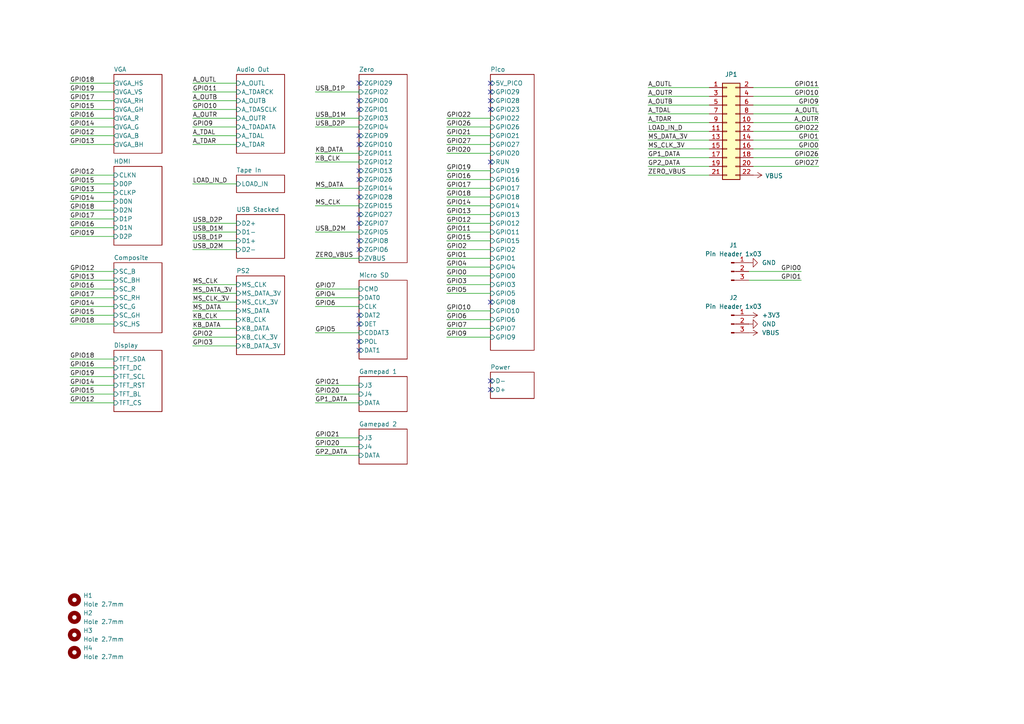
<source format=kicad_sch>
(kicad_sch (version 20250114) (generator "eeschema") (generator_version "9.0")
  (paper "A4")
  (title_block (title "FRANK M2") (date "2025-03-16") (rev "1.03") (company "Mikhail Matveev") (comment 1 "https://github.com/xtremespb/frank"))
  (lib_symbols
    (symbol "Connector:Conn_01x03_Pin" (pin_names (offset 1.016) (hide yes))
      (property "Reference" "J" (at 0 5.08 0))
      (property "Value" "Conn_01x03_Pin" (at 0 -5.08 0))
      (symbol "Conn_01x03_Pin_1_1"
        (rectangle (start 0.8636 2.667) (end 0 2.413) (stroke (width 0.1524)) (fill (type outline)))
        (rectangle (start 0.8636 0.127) (end 0 -0.127) (stroke (width 0.1524)) (fill (type outline)))
        (rectangle (start 0.8636 -2.413) (end 0 -2.667) (stroke (width 0.1524)) (fill (type outline)))
        (polyline (pts (xy 1.27 2.54) (xy 0.8636 2.54)) (stroke (width 0.1524)))
        (polyline (pts (xy 1.27 0) (xy 0.8636 0)) (stroke (width 0.1524)))
        (polyline (pts (xy 1.27 -2.54) (xy 0.8636 -2.54)) (stroke (width 0.1524)))
        (pin passive line (at 5.08 2.54 180) (length 3.81) (name "Pin_1") (number "1"))
        (pin passive line (at 5.08 0 180) (length 3.81) (name "Pin_2") (number "2"))
        (pin passive line (at 5.08 -2.54 180) (length 3.81) (name "Pin_3") (number "3"))
      )
    )
    (symbol "Connector_Generic:Conn_02x11_Odd_Even" (pin_names (offset 1.016) (hide yes))
      (property "Reference" "J" (at 1.27 15.24 0))
      (property "Value" "Conn_02x11_Odd_Even" (at 1.27 -15.24 0))
      (symbol "Conn_02x11_Odd_Even_1_1"
        (rectangle (start -1.27 13.97) (end 3.81 -13.97) (stroke (width 0.254)) (fill (type background)))
        (rectangle (start -1.27 12.827) (end 0 12.573) (stroke (width 0.1524)))
        (rectangle (start -1.27 10.287) (end 0 10.033) (stroke (width 0.1524)))
        (rectangle (start -1.27 7.747) (end 0 7.493) (stroke (width 0.1524)))
        (rectangle (start -1.27 5.207) (end 0 4.953) (stroke (width 0.1524)))
        (rectangle (start -1.27 2.667) (end 0 2.413) (stroke (width 0.1524)))
        (rectangle (start -1.27 0.127) (end 0 -0.127) (stroke (width 0.1524)))
        (rectangle (start -1.27 -2.413) (end 0 -2.667) (stroke (width 0.1524)))
        (rectangle (start -1.27 -4.953) (end 0 -5.207) (stroke (width 0.1524)))
        (rectangle (start -1.27 -7.493) (end 0 -7.747) (stroke (width 0.1524)))
        (rectangle (start -1.27 -10.033) (end 0 -10.287) (stroke (width 0.1524)))
        (rectangle (start -1.27 -12.573) (end 0 -12.827) (stroke (width 0.1524)))
        (rectangle (start 3.81 12.827) (end 2.54 12.573) (stroke (width 0.1524)))
        (rectangle (start 3.81 10.287) (end 2.54 10.033) (stroke (width 0.1524)))
        (rectangle (start 3.81 7.747) (end 2.54 7.493) (stroke (width 0.1524)))
        (rectangle (start 3.81 5.207) (end 2.54 4.953) (stroke (width 0.1524)))
        (rectangle (start 3.81 2.667) (end 2.54 2.413) (stroke (width 0.1524)))
        (rectangle (start 3.81 0.127) (end 2.54 -0.127) (stroke (width 0.1524)))
        (rectangle (start 3.81 -2.413) (end 2.54 -2.667) (stroke (width 0.1524)))
        (rectangle (start 3.81 -4.953) (end 2.54 -5.207) (stroke (width 0.1524)))
        (rectangle (start 3.81 -7.493) (end 2.54 -7.747) (stroke (width 0.1524)))
        (rectangle (start 3.81 -10.033) (end 2.54 -10.287) (stroke (width 0.1524)))
        (rectangle (start 3.81 -12.573) (end 2.54 -12.827) (stroke (width 0.1524)))
        (pin passive line (at -5.08 12.7 0) (length 3.81) (name "Pin_1") (number "1"))
        (pin passive line (at -5.08 10.16 0) (length 3.81) (name "Pin_3") (number "3"))
        (pin passive line (at -5.08 7.62 0) (length 3.81) (name "Pin_5") (number "5"))
        (pin passive line (at -5.08 5.08 0) (length 3.81) (name "Pin_7") (number "7"))
        (pin passive line (at -5.08 2.54 0) (length 3.81) (name "Pin_9") (number "9"))
        (pin passive line (at -5.08 0 0) (length 3.81) (name "Pin_11") (number "11"))
        (pin passive line (at -5.08 -2.54 0) (length 3.81) (name "Pin_13") (number "13"))
        (pin passive line (at -5.08 -5.08 0) (length 3.81) (name "Pin_15") (number "15"))
        (pin passive line (at -5.08 -7.62 0) (length 3.81) (name "Pin_17") (number "17"))
        (pin passive line (at -5.08 -10.16 0) (length 3.81) (name "Pin_19") (number "19"))
        (pin passive line (at -5.08 -12.7 0) (length 3.81) (name "Pin_21") (number "21"))
        (pin passive line (at 7.62 12.7 180) (length 3.81) (name "Pin_2") (number "2"))
        (pin passive line (at 7.62 10.16 180) (length 3.81) (name "Pin_4") (number "4"))
        (pin passive line (at 7.62 7.62 180) (length 3.81) (name "Pin_6") (number "6"))
        (pin passive line (at 7.62 5.08 180) (length 3.81) (name "Pin_8") (number "8"))
        (pin passive line (at 7.62 2.54 180) (length 3.81) (name "Pin_10") (number "10"))
        (pin passive line (at 7.62 0 180) (length 3.81) (name "Pin_12") (number "12"))
        (pin passive line (at 7.62 -2.54 180) (length 3.81) (name "Pin_14") (number "14"))
        (pin passive line (at 7.62 -5.08 180) (length 3.81) (name "Pin_16") (number "16"))
        (pin passive line (at 7.62 -7.62 180) (length 3.81) (name "Pin_18") (number "18"))
        (pin passive line (at 7.62 -10.16 180) (length 3.81) (name "Pin_20") (number "20"))
        (pin passive line (at 7.62 -12.7 180) (length 3.81) (name "Pin_22") (number "22"))
      )
    )
    (symbol "Mechanical:MountingHole" (pin_names (offset 1.016)) (exclude_from_sim yes) (in_bom no)
      (property "Reference" "H" (at 0 5.08 0))
      (property "Value" "MountingHole" (at 0 3.175 0))
      (symbol "MountingHole_0_1"
        (circle (center 0 0) (radius 1.27) (stroke (width 1.27)))
      )
    )
    (symbol "power:+3V3" (power) (pin_numbers (hide yes)) (pin_names (offset 0) (hide yes))
      (property "Value" "+3V3" (at 0 3.556 0))
      (symbol "+3V3_0_1"
        (polyline (pts (xy -0.762 1.27) (xy 0 2.54)))
        (polyline (pts (xy 0 2.54) (xy 0.762 1.27)))
        (polyline (pts (xy 0 0) (xy 0 2.54)))
      )
      (symbol "+3V3_1_1"
        (pin power_in line (at 0 0 90) (length 0) (name "~") (number "1"))
      )
    )
    (symbol "power:GND" (power) (pin_numbers (hide yes)) (pin_names (offset 0) (hide yes))
      (property "Value" "GND" (at 0 -3.81 0))
      (symbol "GND_0_1"
        (polyline (pts (xy 0 0) (xy 0 -1.27) (xy 1.27 -1.27) (xy 0 -2.54) (xy -1.27 -1.27) (xy 0 -1.27)))
      )
      (symbol "GND_1_1"
        (pin power_in line (at 0 0 270) (length 0) (name "~") (number "1"))
      )
    )
    (symbol "power:VBUS" (power) (pin_numbers (hide yes)) (pin_names (offset 0) (hide yes))
      (property "Value" "VBUS" (at 0 3.556 0))
      (symbol "VBUS_0_1"
        (polyline (pts (xy -0.762 1.27) (xy 0 2.54)))
        (polyline (pts (xy 0 2.54) (xy 0.762 1.27)))
        (polyline (pts (xy 0 0) (xy 0 2.54)))
      )
      (symbol "VBUS_1_1"
        (pin power_in line (at 0 0 90) (length 0) (name "~") (number "1"))
      )
    )
  )
  (no_connect (at 142.24 29.21))
  (no_connect (at 104.14 101.6))
  (no_connect (at 104.14 52.07))
  (no_connect (at 104.14 62.23))
  (no_connect (at 142.24 46.99))
  (no_connect (at 104.14 72.39))
  (no_connect (at 104.14 99.06))
  (no_connect (at 142.24 24.13))
  (no_connect (at 142.24 87.63))
  (no_connect (at 104.14 57.15))
  (no_connect (at 104.14 64.77))
  (no_connect (at 104.14 93.98))
  (no_connect (at 104.14 69.85))
  (no_connect (at 104.14 91.44))
  (no_connect (at 104.14 49.53))
  (no_connect (at 104.14 29.21))
  (no_connect (at 142.24 31.75))
  (no_connect (at 142.24 26.67))
  (no_connect (at 104.14 24.13))
  (no_connect (at 104.14 31.75))
  (no_connect (at 142.24 113.03))
  (no_connect (at 142.24 110.49))
  (no_connect (at 104.14 41.91))
  (no_connect (at 104.14 39.37))
  (wire (pts (xy 55.88 95.25) (xy 68.58 95.25)))
  (wire (pts (xy 187.96 50.8) (xy 205.74 50.8)))
  (wire (pts (xy 129.54 52.07) (xy 142.24 52.07)))
  (wire (pts (xy 55.88 53.34) (xy 68.58 53.34)))
  (wire (pts (xy 218.44 38.1) (xy 237.49 38.1)))
  (wire (pts (xy 91.44 74.93) (xy 104.14 74.93)))
  (wire (pts (xy 91.44 86.36) (xy 104.14 86.36)))
  (wire (pts (xy 20.32 93.98) (xy 33.02 93.98)))
  (wire (pts (xy 187.96 48.26) (xy 205.74 48.26)))
  (wire (pts (xy 20.32 63.5) (xy 33.02 63.5)))
  (wire (pts (xy 91.44 59.69) (xy 104.14 59.69)))
  (wire (pts (xy 55.88 41.91) (xy 68.58 41.91)))
  (wire (pts (xy 187.96 25.4) (xy 205.74 25.4)))
  (wire (pts (xy 187.96 27.94) (xy 205.74 27.94)))
  (wire (pts (xy 20.32 106.68) (xy 33.02 106.68)))
  (wire (pts (xy 129.54 44.45) (xy 142.24 44.45)))
  (wire (pts (xy 91.44 67.31) (xy 104.14 67.31)))
  (wire (pts (xy 55.88 90.17) (xy 68.58 90.17)))
  (wire (pts (xy 20.32 39.37) (xy 33.02 39.37)))
  (wire (pts (xy 187.96 40.64) (xy 205.74 40.64)))
  (wire (pts (xy 55.88 72.39) (xy 68.58 72.39)))
  (wire (pts (xy 91.44 34.29) (xy 104.14 34.29)))
  (wire (pts (xy 129.54 74.93) (xy 142.24 74.93)))
  (wire (pts (xy 91.44 116.84) (xy 104.14 116.84)))
  (wire (pts (xy 232.41 81.28) (xy 217.17 81.28)))
  (wire (pts (xy 218.44 33.02) (xy 237.49 33.02)))
  (wire (pts (xy 20.32 41.91) (xy 33.02 41.91)))
  (wire (pts (xy 55.88 67.31) (xy 68.58 67.31)))
  (wire (pts (xy 91.44 54.61) (xy 104.14 54.61)))
  (wire (pts (xy 20.32 86.36) (xy 33.02 86.36)))
  (wire (pts (xy 187.96 38.1) (xy 205.74 38.1)))
  (wire (pts (xy 129.54 54.61) (xy 142.24 54.61)))
  (wire (pts (xy 218.44 27.94) (xy 237.49 27.94)))
  (wire (pts (xy 20.32 111.76) (xy 33.02 111.76)))
  (wire (pts (xy 55.88 29.21) (xy 68.58 29.21)))
  (wire (pts (xy 91.44 26.67) (xy 104.14 26.67)))
  (wire (pts (xy 91.44 36.83) (xy 104.14 36.83)))
  (wire (pts (xy 129.54 34.29) (xy 142.24 34.29)))
  (wire (pts (xy 20.32 58.42) (xy 33.02 58.42)))
  (wire (pts (xy 20.32 114.3) (xy 33.02 114.3)))
  (wire (pts (xy 20.32 109.22) (xy 33.02 109.22)))
  (wire (pts (xy 187.96 43.18) (xy 205.74 43.18)))
  (wire (pts (xy 129.54 77.47) (xy 142.24 77.47)))
  (wire (pts (xy 129.54 95.25) (xy 142.24 95.25)))
  (wire (pts (xy 129.54 62.23) (xy 142.24 62.23)))
  (wire (pts (xy 91.44 127) (xy 104.14 127)))
  (wire (pts (xy 20.32 53.34) (xy 33.02 53.34)))
  (wire (pts (xy 20.32 50.8) (xy 33.02 50.8)))
  (wire (pts (xy 20.32 83.82) (xy 33.02 83.82)))
  (wire (pts (xy 129.54 57.15) (xy 142.24 57.15)))
  (wire (pts (xy 91.44 44.45) (xy 104.14 44.45)))
  (wire (pts (xy 129.54 39.37) (xy 142.24 39.37)))
  (wire (pts (xy 55.88 92.71) (xy 68.58 92.71)))
  (wire (pts (xy 218.44 30.48) (xy 237.49 30.48)))
  (wire (pts (xy 91.44 96.52) (xy 104.14 96.52)))
  (wire (pts (xy 218.44 43.18) (xy 237.49 43.18)))
  (wire (pts (xy 55.88 97.79) (xy 68.58 97.79)))
  (wire (pts (xy 20.32 36.83) (xy 33.02 36.83)))
  (wire (pts (xy 20.32 31.75) (xy 33.02 31.75)))
  (wire (pts (xy 55.88 85.09) (xy 68.58 85.09)))
  (wire (pts (xy 55.88 26.67) (xy 68.58 26.67)))
  (wire (pts (xy 129.54 59.69) (xy 142.24 59.69)))
  (wire (pts (xy 20.32 24.13) (xy 33.02 24.13)))
  (wire (pts (xy 91.44 132.08) (xy 104.14 132.08)))
  (wire (pts (xy 20.32 66.04) (xy 33.02 66.04)))
  (wire (pts (xy 55.88 64.77) (xy 68.58 64.77)))
  (wire (pts (xy 20.32 78.74) (xy 33.02 78.74)))
  (wire (pts (xy 129.54 72.39) (xy 142.24 72.39)))
  (wire (pts (xy 55.88 87.63) (xy 68.58 87.63)))
  (wire (pts (xy 20.32 34.29) (xy 33.02 34.29)))
  (wire (pts (xy 20.32 55.88) (xy 33.02 55.88)))
  (wire (pts (xy 129.54 85.09) (xy 142.24 85.09)))
  (wire (pts (xy 218.44 45.72) (xy 237.49 45.72)))
  (wire (pts (xy 55.88 34.29) (xy 68.58 34.29)))
  (wire (pts (xy 129.54 82.55) (xy 142.24 82.55)))
  (wire (pts (xy 129.54 36.83) (xy 142.24 36.83)))
  (wire (pts (xy 218.44 40.64) (xy 237.49 40.64)))
  (wire (pts (xy 91.44 111.76) (xy 104.14 111.76)))
  (wire (pts (xy 218.44 48.26) (xy 237.49 48.26)))
  (wire (pts (xy 129.54 41.91) (xy 142.24 41.91)))
  (wire (pts (xy 218.44 35.56) (xy 237.49 35.56)))
  (wire (pts (xy 129.54 67.31) (xy 142.24 67.31)))
  (wire (pts (xy 55.88 69.85) (xy 68.58 69.85)))
  (wire (pts (xy 20.32 104.14) (xy 33.02 104.14)))
  (wire (pts (xy 20.32 81.28) (xy 33.02 81.28)))
  (wire (pts (xy 20.32 88.9) (xy 33.02 88.9)))
  (wire (pts (xy 55.88 24.13) (xy 68.58 24.13)))
  (wire (pts (xy 20.32 29.21) (xy 33.02 29.21)))
  (wire (pts (xy 20.32 91.44) (xy 33.02 91.44)))
  (wire (pts (xy 129.54 97.79) (xy 142.24 97.79)))
  (wire (pts (xy 55.88 36.83) (xy 68.58 36.83)))
  (wire (pts (xy 129.54 90.17) (xy 142.24 90.17)))
  (wire (pts (xy 55.88 31.75) (xy 68.58 31.75)))
  (wire (pts (xy 129.54 69.85) (xy 142.24 69.85)))
  (wire (pts (xy 218.44 25.4) (xy 237.49 25.4)))
  (wire (pts (xy 187.96 30.48) (xy 205.74 30.48)))
  (wire (pts (xy 129.54 64.77) (xy 142.24 64.77)))
  (wire (pts (xy 187.96 35.56) (xy 205.74 35.56)))
  (wire (pts (xy 91.44 114.3) (xy 104.14 114.3)))
  (wire (pts (xy 187.96 45.72) (xy 205.74 45.72)))
  (wire (pts (xy 232.41 78.74) (xy 217.17 78.74)))
  (wire (pts (xy 20.32 116.84) (xy 33.02 116.84)))
  (wire (pts (xy 129.54 49.53) (xy 142.24 49.53)))
  (wire (pts (xy 55.88 100.33) (xy 68.58 100.33)))
  (wire (pts (xy 55.88 39.37) (xy 68.58 39.37)))
  (wire (pts (xy 91.44 129.54) (xy 104.14 129.54)))
  (wire (pts (xy 91.44 46.99) (xy 104.14 46.99)))
  (wire (pts (xy 20.32 26.67) (xy 33.02 26.67)))
  (wire (pts (xy 20.32 60.96) (xy 33.02 60.96)))
  (wire (pts (xy 129.54 92.71) (xy 142.24 92.71)))
  (wire (pts (xy 91.44 88.9) (xy 104.14 88.9)))
  (wire (pts (xy 129.54 80.01) (xy 142.24 80.01)))
  (wire (pts (xy 20.32 68.58) (xy 33.02 68.58)))
  (wire (pts (xy 55.88 82.55) (xy 68.58 82.55)))
  (wire (pts (xy 187.96 33.02) (xy 205.74 33.02)))
  (wire (pts (xy 91.44 83.82) (xy 104.14 83.82)))
  (label "GPIO16" (at 20.32 83.82 0))
  (label "A_OUTL" (at 237.49 33.02 180))
  (label "GPIO13" (at 20.32 55.88 0))
  (label "GPIO20" (at 91.44 129.54 0))
  (label "GPIO21" (at 91.44 127 0))
  (label "GPIO7" (at 91.44 83.82 0))
  (label "GPIO18" (at 20.32 24.13 0))
  (label "USB_D1P" (at 91.44 26.67 0))
  (label "GPIO15" (at 20.32 31.75 0))
  (label "GPIO20" (at 129.54 44.45 0))
  (label "GPIO14" (at 20.32 88.9 0))
  (label "GPIO9" (at 129.54 97.79 0))
  (label "GPIO3" (at 129.54 82.55 0))
  (label "GP1_DATA" (at 91.44 116.84 0))
  (label "GPIO1" (at 232.41 81.28 180))
  (label "GPIO27" (at 129.54 41.91 0))
  (label "GPIO17" (at 129.54 54.61 0))
  (label "GPIO20" (at 91.44 114.3 0))
  (label "A_TDAL" (at 187.96 33.02 0))
  (label "GPIO27" (at 237.49 48.26 180))
  (label "GPIO6" (at 129.54 92.71 0))
  (label "GPIO9" (at 55.88 36.83 0))
  (label "LOAD_IN_D" (at 55.88 53.34 0))
  (label "A_OUTL" (at 187.96 25.4 0))
  (label "GPIO5" (at 91.44 96.52 0))
  (label "MS_DATA" (at 55.88 90.17 0))
  (label "ZERO_VBUS" (at 187.96 50.8 0))
  (label "GPIO11" (at 55.88 26.67 0))
  (label "GP2_DATA" (at 187.96 48.26 0))
  (label "ZERO_VBUS" (at 91.44 74.93 0))
  (label "GPIO10" (at 55.88 31.75 0))
  (label "GPIO15" (at 20.32 91.44 0))
  (label "GPIO18" (at 20.32 60.96 0))
  (label "GPIO13" (at 129.54 62.23 0))
  (label "KB_DATA" (at 55.88 95.25 0))
  (label "KB_CLK" (at 91.44 46.99 0))
  (label "MS_CLK_3V" (at 187.96 43.18 0))
  (label "USB_D1M" (at 55.88 67.31 0))
  (label "GPIO1" (at 237.49 40.64 180))
  (label "USB_D2P" (at 55.88 64.77 0))
  (label "A_TDAL" (at 55.88 39.37 0))
  (label "GPIO2" (at 129.54 72.39 0))
  (label "GPIO13" (at 20.32 81.28 0))
  (label "GPIO14" (at 129.54 59.69 0))
  (label "GPIO22" (at 129.54 34.29 0))
  (label "LOAD_IN_D" (at 187.96 38.1 0))
  (label "USB_D2M" (at 55.88 72.39 0))
  (label "GPIO2" (at 55.88 97.79 0))
  (label "MS_DATA" (at 91.44 54.61 0))
  (label "MS_CLK" (at 91.44 59.69 0))
  (label "KB_CLK" (at 55.88 92.71 0))
  (label "MS_CLK" (at 55.88 82.55 0))
  (label "GPIO19" (at 129.54 49.53 0))
  (label "A_OUTB" (at 55.88 29.21 0))
  (label "GPIO13" (at 20.32 41.91 0))
  (label "GPIO18" (at 129.54 57.15 0))
  (label "GPIO19" (at 20.32 109.22 0))
  (label "GPIO21" (at 129.54 39.37 0))
  (label "GPIO9" (at 237.49 30.48 180))
  (label "GPIO17" (at 20.32 86.36 0))
  (label "GPIO14" (at 20.32 111.76 0))
  (label "GPIO19" (at 20.32 68.58 0))
  (label "GPIO19" (at 20.32 26.67 0))
  (label "A_OUTB" (at 187.96 30.48 0))
  (label "GPIO6" (at 91.44 88.9 0))
  (label "GPIO12" (at 20.32 50.8 0))
  (label "GPIO5" (at 129.54 85.09 0))
  (label "GP2_DATA" (at 91.44 132.08 0))
  (label "GPIO18" (at 20.32 104.14 0))
  (label "GPIO3" (at 55.88 100.33 0))
  (label "MS_DATA_3V" (at 55.88 85.09 0))
  (label "MS_DATA_3V" (at 187.96 40.64 0))
  (label "GPIO14" (at 20.32 58.42 0))
  (label "GPIO15" (at 20.32 114.3 0))
  (label "GPIO17" (at 20.32 63.5 0))
  (label "GPIO10" (at 129.54 90.17 0))
  (label "KB_DATA" (at 91.44 44.45 0))
  (label "GPIO14" (at 20.32 36.83 0))
  (label "USB_D2P" (at 91.44 36.83 0))
  (label "MS_CLK_3V" (at 55.88 87.63 0))
  (label "GP1_DATA" (at 187.96 45.72 0))
  (label "GPIO11" (at 129.54 67.31 0))
  (label "GPIO4" (at 129.54 77.47 0))
  (label "GPIO10" (at 237.49 27.94 180))
  (label "GPIO7" (at 129.54 95.25 0))
  (label "GPIO26" (at 237.49 45.72 180))
  (label "A_OUTR" (at 187.96 27.94 0))
  (label "GPIO18" (at 20.32 93.98 0))
  (label "GPIO15" (at 129.54 69.85 0))
  (label "GPIO16" (at 20.32 34.29 0))
  (label "GPIO11" (at 237.49 25.4 180))
  (label "GPIO12" (at 20.32 39.37 0))
  (label "A_OUTR" (at 55.88 34.29 0))
  (label "GPIO17" (at 20.32 29.21 0))
  (label "A_OUTR" (at 237.49 35.56 180))
  (label "GPIO0" (at 129.54 80.01 0))
  (label "A_TDAR" (at 187.96 35.56 0))
  (label "GPIO12" (at 129.54 64.77 0))
  (label "GPIO1" (at 129.54 74.93 0))
  (label "A_TDAR" (at 55.88 41.91 0))
  (label "GPIO0" (at 232.41 78.74 180))
  (label "GPIO4" (at 91.44 86.36 0))
  (label "GPIO21" (at 91.44 111.76 0))
  (label "A_OUTL" (at 55.88 24.13 0))
  (label "GPIO26" (at 129.54 36.83 0))
  (label "GPIO15" (at 20.32 53.34 0))
  (label "GPIO16" (at 20.32 106.68 0))
  (label "USB_D1M" (at 91.44 34.29 0))
  (label "GPIO12" (at 20.32 78.74 0))
  (label "GPIO0" (at 237.49 43.18 180))
  (label "GPIO22" (at 237.49 38.1 180))
  (label "GPIO12" (at 20.32 116.84 0))
  (label "GPIO16" (at 20.32 66.04 0))
  (label "GPIO16" (at 129.54 52.07 0))
  (label "USB_D2M" (at 91.44 67.31 0))
  (label "USB_D1P" (at 55.88 69.85 0))
  (symbol (lib_id "power:VBUS") (at 217.17 96.52 270) (unit 1)
    (property "Reference" "#PWR05" (effects (hide yes)))
    (property "Value" "VBUS" (at 220.98 96.5199 90) (effects (justify left)))
    (property "Description" "Power symbol creates a global label with name \"VBUS\"" (effects (hide yes)))
  )
  (symbol (lib_id "Connector:Conn_01x03_Pin") (at 212.09 78.74 0) (unit 1)
    (property "Reference" "J1" (at 212.725 71.12 0))
    (property "Value" "Pin Header 1x03" (at 212.725 73.66 0))
    (property "Footprint" "FRANK:Pin Header (1x03)" (effects (hide yes)))
    (property "Description" "Generic connector, single row, 01x03, script generated" (effects (hide yes)))
    (property "AliExpress" "https://www.aliexpress.com/item/1005007039504981.html" (effects (hide yes)))
  )
  (symbol (lib_id "power:+3V3") (at 217.17 91.44 270) (unit 1)
    (property "Reference" "#PWR03" (effects (hide yes)))
    (property "Value" "+3V3" (at 220.98 91.4399 90) (effects (justify left)))
    (property "Description" "Power symbol creates a global label with name \"+3V3\"" (effects (hide yes)))
  )
  (symbol (lib_id "Connector_Generic:Conn_02x11_Odd_Even") (at 210.82 38.1 0) (unit 1)
    (property "Reference" "JP1" (at 212.09 21.59 0))
    (property "Value" "Pin Header 2x18" (effects (hide yes)))
    (property "Footprint" "FRANK:Pin Header (2x11)" (effects (hide yes)))
    (property "Description" "Generic connector, double row, 02x11, odd/even pin numbering scheme (row 1 odd numbers, row 2 even numbers), script generated (kicad-library-utils/schlib/autogen/connector/)" (effects (hide yes)))
    (property "AliExpress" "https://www.aliexpress.com/item/1005006804478835.html" (effects (hide yes)))
  )
  (symbol (lib_id "power:GND") (at 217.17 76.2 90) (unit 1)
    (property "Reference" "#PWR02" (effects (hide yes)))
    (property "Value" "GND" (at 220.98 76.1999 90) (effects (justify right)))
    (property "Description" "Power symbol creates a global label with name \"GND\" , ground" (effects (hide yes)))
  )
  (symbol (lib_id "power:GND") (at 217.17 93.98 90) (unit 1)
    (property "Reference" "#PWR04" (effects (hide yes)))
    (property "Value" "GND" (at 220.98 93.9799 90) (effects (justify right)))
    (property "Description" "Power symbol creates a global label with name \"GND\" , ground" (effects (hide yes)))
  )
  (symbol (lib_id "Mechanical:MountingHole") (at 21.59 184.15 0) (unit 1) (exclude_from_sim yes) (in_bom no)
    (property "Reference" "H3" (at 24.13 182.8799 0) (effects (justify left)))
    (property "Value" "Hole 2.7mm" (at 24.13 185.4199 0) (effects (justify left)))
    (property "Footprint" "FRANK:Mounting Hole (2.7mm)" (effects (hide yes)))
    (property "Description" "Mounting Hole without connection" (effects (hide yes)))
  )
  (symbol (lib_id "Mechanical:MountingHole") (at 21.59 179.07 0) (unit 1) (exclude_from_sim yes) (in_bom no)
    (property "Reference" "H2" (at 24.13 177.7999 0) (effects (justify left)))
    (property "Value" "Hole 2.7mm" (at 24.13 180.3399 0) (effects (justify left)))
    (property "Footprint" "FRANK:Mounting Hole (2.7mm)" (effects (hide yes)))
    (property "Description" "Mounting Hole without connection" (effects (hide yes)))
  )
  (symbol (lib_id "Mechanical:MountingHole") (at 21.59 189.23 0) (unit 1) (exclude_from_sim yes) (in_bom no)
    (property "Reference" "H4" (at 24.13 187.9599 0) (effects (justify left)))
    (property "Value" "Hole 2.7mm" (at 24.13 190.4999 0) (effects (justify left)))
    (property "Footprint" "FRANK:Mounting Hole (2.7mm)" (effects (hide yes)))
    (property "Description" "Mounting Hole without connection" (effects (hide yes)))
  )
  (symbol (lib_id "Mechanical:MountingHole") (at 21.59 173.99 0) (unit 1) (exclude_from_sim yes) (in_bom no)
    (property "Reference" "H1" (at 24.13 172.7199 0) (effects (justify left)))
    (property "Value" "Hole 2.7mm" (at 24.13 175.2599 0) (effects (justify left)))
    (property "Footprint" "FRANK:Mounting Hole (2.7mm)" (effects (hide yes)))
    (property "Description" "Mounting Hole without connection" (effects (hide yes)))
  )
  (symbol (lib_id "power:VBUS") (at 218.44 50.8 270) (unit 1)
    (property "Reference" "#PWR01" (effects (hide yes)))
    (property "Value" "VBUS" (at 221.9488 51.0216 90) (effects (justify left)))
    (property "Description" "Power symbol creates a global label with name \"VBUS\"" (effects (hide yes)))
  )
  (symbol (lib_id "Connector:Conn_01x03_Pin") (at 212.09 93.98 0) (unit 1)
    (property "Reference" "J2" (at 212.725 86.36 0))
    (property "Value" "Pin Header 1x03" (at 212.725 88.9 0))
    (property "Footprint" "FRANK:Pin Header (1x03)" (effects (hide yes)))
    (property "Description" "Generic connector, single row, 01x03, script generated" (effects (hide yes)))
    (property "AliExpress" "https://www.aliexpress.com/item/1005007039504981.html" (effects (hide yes)))
  )
  (sheet (at 33.02 101.6) (size 13.97 17.78) (stroke (width 0.1524))
    (property "Sheetname" "Display" (at 33.02 100.8884 0) (effects (justify left bottom)))
    (property "Sheetfile" "display.kicad_sch" (effects (hide yes)))
    (pin "TFT_SDA" input (at 33.02 104.14 180))
    (pin "TFT_DC" input (at 33.02 106.68 180))
    (pin "TFT_SCL" input (at 33.02 109.22 180))
    (pin "TFT_RST" input (at 33.02 111.76 180))
    (pin "TFT_BL" input (at 33.02 114.3 180))
    (pin "TFT_CS" input (at 33.02 116.84 180))
  )
  (sheet (at 33.02 21.59) (size 13.97 22.86) (stroke (width 0.1524))
    (property "Sheetname" "VGA" (at 33.02 20.8784 0) (effects (justify left bottom)))
    (property "Sheetfile" "vga.kicad_sch" (effects (hide yes)))
    (pin "VGA_HS" output (at 33.02 24.13 180))
    (pin "VGA_VS" output (at 33.02 26.67 180))
    (pin "VGA_RH" output (at 33.02 29.21 180))
    (pin "VGA_GH" output (at 33.02 31.75 180))
    (pin "VGA_R" output (at 33.02 34.29 180))
    (pin "VGA_G" output (at 33.02 36.83 180))
    (pin "VGA_B" output (at 33.02 39.37 180))
    (pin "VGA_BH" output (at 33.02 41.91 180))
  )
  (sheet (at 104.14 81.28) (size 13.97 22.86) (stroke (width 0.1524))
    (property "Sheetname" "Micro SD" (at 104.14 80.5684 0) (effects (justify left bottom)))
    (property "Sheetfile" "sd.kicad_sch" (effects (hide yes)))
    (pin "CMD" input (at 104.14 83.82 180))
    (pin "DAT0" input (at 104.14 86.36 180))
    (pin "CLK" input (at 104.14 88.9 180))
    (pin "DAT2" input (at 104.14 91.44 180))
    (pin "DET" input (at 104.14 93.98 180))
    (pin "CDDAT3" input (at 104.14 96.52 180))
    (pin "POL" input (at 104.14 99.06 180))
    (pin "DAT1" input (at 104.14 101.6 180))
  )
  (sheet (at 33.02 76.2) (size 13.97 20.32) (stroke (width 0.1524))
    (property "Sheetname" "Composite" (at 33.02 75.4884 0) (effects (justify left bottom)))
    (property "Sheetfile" "composite.kicad_sch" (effects (hide yes)))
    (pin "SC_B" input (at 33.02 78.74 180))
    (pin "SC_BH" input (at 33.02 81.28 180))
    (pin "SC_R" input (at 33.02 83.82 180))
    (pin "SC_RH" input (at 33.02 86.36 180))
    (pin "SC_G" input (at 33.02 88.9 180))
    (pin "SC_GH" input (at 33.02 91.44 180))
    (pin "SC_HS" input (at 33.02 93.98 180))
  )
  (sheet (at 68.58 50.8) (size 13.97 5.08) (stroke (width 0.1524))
    (property "Sheetname" "Tape In" (at 68.58 50.0884 0) (effects (justify left bottom)))
    (property "Sheetfile" "tape.kicad_sch" (effects (hide yes)))
    (pin "LOAD_IN" input (at 68.58 53.34 180))
  )
  (sheet (at 142.24 107.95) (size 12.7 7.62) (stroke (width 0.1524))
    (property "Sheetname" "Power" (at 142.24 107.2384 0) (effects (justify left bottom)))
    (property "Sheetfile" "power.kicad_sch" (effects (hide yes)))
    (pin "D-" input (at 142.24 110.49 180))
    (pin "D+" input (at 142.24 113.03 180))
  )
  (sheet (at 142.24 21.59) (size 12.7 80.01) (stroke (width 0.1524))
    (property "Sheetname" "Pico" (at 142.24 20.8784 0) (effects (justify left bottom)))
    (property "Sheetfile" "pico.kicad_sch" (effects (hide yes)))
    (pin "5V_PICO" input (at 142.24 24.13 180))
    (pin "GPIO29" input (at 142.24 26.67 180))
    (pin "GPIO28" input (at 142.24 29.21 180))
    (pin "GPIO23" input (at 142.24 31.75 180))
    (pin "GPIO22" input (at 142.24 34.29 180))
    (pin "GPIO26" input (at 142.24 36.83 180))
    (pin "GPIO21" input (at 142.24 39.37 180))
    (pin "GPIO27" input (at 142.24 41.91 180))
    (pin "GPIO20" input (at 142.24 44.45 180))
    (pin "RUN" input (at 142.24 46.99 180))
    (pin "GPIO19" input (at 142.24 49.53 180))
    (pin "GPIO16" input (at 142.24 52.07 180))
    (pin "GPIO17" input (at 142.24 54.61 180))
    (pin "GPIO18" input (at 142.24 57.15 180))
    (pin "GPIO14" input (at 142.24 59.69 180))
    (pin "GPIO13" input (at 142.24 62.23 180))
    (pin "GPIO12" input (at 142.24 64.77 180))
    (pin "GPIO11" input (at 142.24 67.31 180))
    (pin "GPIO15" input (at 142.24 69.85 180))
    (pin "GPIO2" input (at 142.24 72.39 180))
    (pin "GPIO1" input (at 142.24 74.93 180))
    (pin "GPIO4" input (at 142.24 77.47 180))
    (pin "GPIO0" input (at 142.24 80.01 180))
    (pin "GPIO3" input (at 142.24 82.55 180))
    (pin "GPIO5" input (at 142.24 85.09 180))
    (pin "GPIO8" input (at 142.24 87.63 180))
    (pin "GPIO10" input (at 142.24 90.17 180))
    (pin "GPIO6" input (at 142.24 92.71 180))
    (pin "GPIO7" input (at 142.24 95.25 180))
    (pin "GPIO9" input (at 142.24 97.79 180))
  )
  (sheet (at 104.14 109.22) (size 13.97 10.16) (stroke (width 0.1524))
    (property "Sheetname" "Gamepad 1" (at 104.14 108.5084 0) (effects (justify left bottom)))
    (property "Sheetfile" "gamepad.kicad_sch" (effects (hide yes)))
    (pin "J3" input (at 104.14 111.76 180))
    (pin "J4" input (at 104.14 114.3 180))
    (pin "DATA" input (at 104.14 116.84 180))
  )
  (sheet (at 68.58 80.01) (size 13.97 22.86) (stroke (width 0.1524))
    (property "Sheetname" "PS2" (at 68.58 79.2984 0) (effects (justify left bottom)))
    (property "Sheetfile" "ps2.kicad_sch" (effects (hide yes)))
    (pin "MS_CLK" input (at 68.58 82.55 180))
    (pin "MS_DATA_3V" input (at 68.58 85.09 180))
    (pin "MS_CLK_3V" input (at 68.58 87.63 180))
    (pin "MS_DATA" input (at 68.58 90.17 180))
    (pin "KB_CLK" input (at 68.58 92.71 180))
    (pin "KB_DATA" input (at 68.58 95.25 180))
    (pin "KB_CLK_3V" input (at 68.58 97.79 180))
    (pin "KB_DATA_3V" input (at 68.58 100.33 180))
  )
  (sheet (at 68.58 62.23) (size 13.97 12.7) (stroke (width 0.1524))
    (property "Sheetname" "USB Stacked" (at 68.58 61.5184 0) (effects (justify left bottom)))
    (property "Sheetfile" "usbstack.kicad_sch" (effects (hide yes)))
    (pin "D2+" input (at 68.58 64.77 180))
    (pin "D1-" input (at 68.58 67.31 180))
    (pin "D1+" input (at 68.58 69.85 180))
    (pin "D2-" input (at 68.58 72.39 180))
  )
  (sheet (at 33.02 48.26) (size 13.97 22.86) (stroke (width 0.1524))
    (property "Sheetname" "HDMI" (at 33.02 47.5484 0) (effects (justify left bottom)))
    (property "Sheetfile" "hdmi.kicad_sch" (effects (hide yes)))
    (pin "CLKN" input (at 33.02 50.8 180))
    (pin "D0P" input (at 33.02 53.34 180))
    (pin "CLKP" input (at 33.02 55.88 180))
    (pin "D0N" input (at 33.02 58.42 180))
    (pin "D2N" input (at 33.02 60.96 180))
    (pin "D1P" input (at 33.02 63.5 180))
    (pin "D1N" input (at 33.02 66.04 180))
    (pin "D2P" input (at 33.02 68.58 180))
  )
  (sheet (at 104.14 124.46) (size 13.97 10.16) (stroke (width 0.1524))
    (property "Sheetname" "Gamepad 2" (at 104.14 123.7484 0) (effects (justify left bottom)))
    (property "Sheetfile" "gamepad.kicad_sch" (effects (hide yes)))
    (pin "J3" input (at 104.14 127 180))
    (pin "J4" input (at 104.14 129.54 180))
    (pin "DATA" input (at 104.14 132.08 180))
  )
  (sheet (at 68.58 21.59) (size 13.97 22.86) (stroke (width 0.1524))
    (property "Sheetname" "Audio Out" (at 68.58 20.8784 0) (effects (justify left bottom)))
    (property "Sheetfile" "audio.kicad_sch" (effects (hide yes)))
    (pin "A_OUTL" input (at 68.58 24.13 180))
    (pin "A_TDARCK" input (at 68.58 26.67 180))
    (pin "A_OUTB" input (at 68.58 29.21 180))
    (pin "A_TDASCLK" input (at 68.58 31.75 180))
    (pin "A_OUTR" input (at 68.58 34.29 180))
    (pin "A_TDADATA" input (at 68.58 36.83 180))
    (pin "A_TDAL" input (at 68.58 39.37 180))
    (pin "A_TDAR" input (at 68.58 41.91 180))
  )
  (sheet (at 104.14 21.59) (size 13.97 54.61) (stroke (width 0.1524))
    (property "Sheetname" "Zero" (at 104.14 20.8784 0) (effects (justify left bottom)))
    (property "Sheetfile" "zero.kicad_sch" (effects (hide yes)))
    (pin "ZGPIO29" input (at 104.14 24.13 180))
    (pin "ZGPIO2" input (at 104.14 26.67 180))
    (pin "ZGPIO0" input (at 104.14 29.21 180))
    (pin "ZGPIO1" input (at 104.14 31.75 180))
    (pin "ZGPIO3" input (at 104.14 34.29 180))
    (pin "ZGPIO4" input (at 104.14 36.83 180))
    (pin "ZGPIO9" input (at 104.14 39.37 180))
    (pin "ZGPIO10" input (at 104.14 41.91 180))
    (pin "ZGPIO11" input (at 104.14 44.45 180))
    (pin "ZGPIO12" input (at 104.14 46.99 180))
    (pin "ZGPIO13" input (at 104.14 49.53 180))
    (pin "ZGPIO26" input (at 104.14 52.07 180))
    (pin "ZGPIO14" input (at 104.14 54.61 180))
    (pin "ZGPIO28" input (at 104.14 57.15 180))
    (pin "ZGPIO15" input (at 104.14 59.69 180))
    (pin "ZGPIO27" input (at 104.14 62.23 180))
    (pin "ZGPIO7" input (at 104.14 64.77 180))
    (pin "ZGPIO5" input (at 104.14 67.31 180))
    (pin "ZGPIO8" input (at 104.14 69.85 180))
    (pin "ZGPIO6" input (at 104.14 72.39 180))
    (pin "ZVBUS" input (at 104.14 74.93 180))
  )
)
</source>
